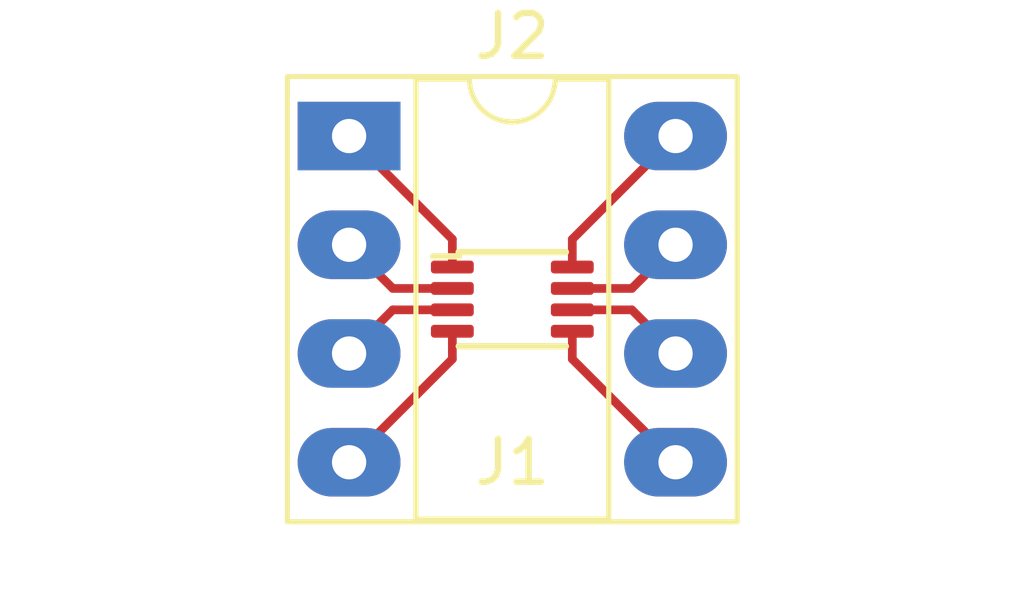
<source format=kicad_pcb>
(kicad_pcb (version 20171130) (host pcbnew "(6.0.0-rc1-dev-1267-gff668968f)")

  (general
    (thickness 1.6)
    (drawings 0)
    (tracks 16)
    (zones 0)
    (modules 2)
    (nets 9)
  )

  (page A4)
  (layers
    (0 F.Cu signal)
    (31 B.Cu signal)
    (32 B.Adhes user)
    (33 F.Adhes user)
    (34 B.Paste user)
    (35 F.Paste user)
    (36 B.SilkS user)
    (37 F.SilkS user)
    (38 B.Mask user)
    (39 F.Mask user)
    (40 Dwgs.User user)
    (41 Cmts.User user)
    (42 Eco1.User user)
    (43 Eco2.User user)
    (44 Edge.Cuts user)
    (45 Margin user)
    (46 B.CrtYd user)
    (47 F.CrtYd user)
    (48 B.Fab user)
    (49 F.Fab user)
  )

  (setup
    (last_trace_width 0.2032)
    (user_trace_width 0.2032)
    (trace_clearance 0.2032)
    (zone_clearance 0.508)
    (zone_45_only no)
    (trace_min 0.2)
    (via_size 0.8)
    (via_drill 0.4)
    (via_min_size 0.4)
    (via_min_drill 0.3)
    (uvia_size 0.3)
    (uvia_drill 0.1)
    (uvias_allowed no)
    (uvia_min_size 0.2)
    (uvia_min_drill 0.1)
    (edge_width 0.05)
    (segment_width 0.2)
    (pcb_text_width 0.3)
    (pcb_text_size 1.5 1.5)
    (mod_edge_width 0.12)
    (mod_text_size 1 1)
    (mod_text_width 0.15)
    (pad_size 1.524 1.524)
    (pad_drill 0.762)
    (pad_to_mask_clearance 0.01)
    (solder_mask_min_width 0.1)
    (aux_axis_origin 0 0)
    (visible_elements 7FFFFFFF)
    (pcbplotparams
      (layerselection 0x010fc_ffffffff)
      (usegerberextensions false)
      (usegerberattributes false)
      (usegerberadvancedattributes false)
      (creategerberjobfile false)
      (excludeedgelayer true)
      (linewidth 0.100000)
      (plotframeref false)
      (viasonmask false)
      (mode 1)
      (useauxorigin false)
      (hpglpennumber 1)
      (hpglpenspeed 20)
      (hpglpendiameter 15.000000)
      (psnegative false)
      (psa4output false)
      (plotreference true)
      (plotvalue true)
      (plotinvisibletext false)
      (padsonsilk false)
      (subtractmaskfromsilk false)
      (outputformat 1)
      (mirror false)
      (drillshape 1)
      (scaleselection 1)
      (outputdirectory ""))
  )

  (net 0 "")
  (net 1 "Net-(J1-Pad3)")
  (net 2 "Net-(J1-Pad2)")
  (net 3 "Net-(J1-Pad1)")
  (net 4 "Net-(J1-Pad4)")
  (net 5 "Net-(J1-Pad8)")
  (net 6 "Net-(J1-Pad7)")
  (net 7 "Net-(J1-Pad6)")
  (net 8 "Net-(J1-Pad5)")

  (net_class Default "This is the default net class."
    (clearance 0.2032)
    (trace_width 0.2032)
    (via_dia 0.8)
    (via_drill 0.4)
    (uvia_dia 0.3)
    (uvia_drill 0.1)
    (add_net "Net-(J1-Pad1)")
    (add_net "Net-(J1-Pad2)")
    (add_net "Net-(J1-Pad3)")
    (add_net "Net-(J1-Pad4)")
    (add_net "Net-(J1-Pad5)")
    (add_net "Net-(J1-Pad6)")
    (add_net "Net-(J1-Pad7)")
    (add_net "Net-(J1-Pad8)")
  )

  (module Packages:OnSemi_US8-8 (layer F.Cu) (tedit 5C05AF73) (tstamp 5C065154)
    (at 187.96 73.66)
    (path /5C05B5D4)
    (fp_text reference J1 (at 0 3.81) (layer F.SilkS)
      (effects (font (size 1 1) (thickness 0.15)))
    )
    (fp_text value Conn_02x04_Counter_Clockwise (at 0 -2.54) (layer F.Fab)
      (effects (font (size 1 1) (thickness 0.15)))
    )
    (fp_line (start -1.15 -1) (end -1.15 1) (layer F.Fab) (width 0.12))
    (fp_line (start -1.15 1) (end 1.15 1) (layer F.Fab) (width 0.12))
    (fp_line (start 1.15 1) (end 1.15 -1) (layer F.Fab) (width 0.12))
    (fp_line (start 1.15 -1) (end -1.15 -1) (layer F.Fab) (width 0.12))
    (fp_line (start -1.25 -1.1) (end 1.25 -1.1) (layer F.SilkS) (width 0.15))
    (fp_line (start 1.25 1.1) (end -1.25 1.1) (layer F.SilkS) (width 0.15))
    (fp_line (start -1.25 -1.1) (end -1.25 -1) (layer F.SilkS) (width 0.15))
    (fp_line (start -1.25 -1) (end -1.85 -1) (layer F.SilkS) (width 0.15))
    (pad 3 smd roundrect (at -1.4 0.25) (size 1 0.3) (layers F.Cu F.Paste F.Mask) (roundrect_rratio 0.25)
      (net 1 "Net-(J1-Pad3)"))
    (pad 2 smd roundrect (at -1.4 -0.25) (size 1 0.3) (layers F.Cu F.Paste F.Mask) (roundrect_rratio 0.25)
      (net 2 "Net-(J1-Pad2)"))
    (pad 1 smd roundrect (at -1.4 -0.75) (size 1 0.3) (layers F.Cu F.Paste F.Mask) (roundrect_rratio 0.25)
      (net 3 "Net-(J1-Pad1)"))
    (pad 4 smd roundrect (at -1.4 0.75) (size 1 0.3) (layers F.Cu F.Paste F.Mask) (roundrect_rratio 0.25)
      (net 4 "Net-(J1-Pad4)"))
    (pad 8 smd roundrect (at 1.4 -0.75) (size 1 0.3) (layers F.Cu F.Paste F.Mask) (roundrect_rratio 0.25)
      (net 5 "Net-(J1-Pad8)"))
    (pad 7 smd roundrect (at 1.4 -0.25) (size 1 0.3) (layers F.Cu F.Paste F.Mask) (roundrect_rratio 0.25)
      (net 6 "Net-(J1-Pad7)"))
    (pad 6 smd roundrect (at 1.4 0.25) (size 1 0.3) (layers F.Cu F.Paste F.Mask) (roundrect_rratio 0.25)
      (net 7 "Net-(J1-Pad6)"))
    (pad 5 smd roundrect (at 1.4 0.75) (size 1 0.3) (layers F.Cu F.Paste F.Mask) (roundrect_rratio 0.25)
      (net 8 "Net-(J1-Pad5)"))
  )

  (module Package_DIP:DIP-8_W7.62mm_Socket_LongPads (layer F.Cu) (tedit 5A02E8C5) (tstamp 5C065178)
    (at 184.15 69.85)
    (descr "8-lead though-hole mounted DIP package, row spacing 7.62 mm (300 mils), Socket, LongPads")
    (tags "THT DIP DIL PDIP 2.54mm 7.62mm 300mil Socket LongPads")
    (path /5C05BC2B)
    (fp_text reference J2 (at 3.81 -2.33) (layer F.SilkS)
      (effects (font (size 1 1) (thickness 0.15)))
    )
    (fp_text value Conn_02x04_Counter_Clockwise (at 3.81 9.95) (layer F.Fab)
      (effects (font (size 1 1) (thickness 0.15)))
    )
    (fp_arc (start 3.81 -1.33) (end 2.81 -1.33) (angle -180) (layer F.SilkS) (width 0.12))
    (fp_line (start 1.635 -1.27) (end 6.985 -1.27) (layer F.Fab) (width 0.1))
    (fp_line (start 6.985 -1.27) (end 6.985 8.89) (layer F.Fab) (width 0.1))
    (fp_line (start 6.985 8.89) (end 0.635 8.89) (layer F.Fab) (width 0.1))
    (fp_line (start 0.635 8.89) (end 0.635 -0.27) (layer F.Fab) (width 0.1))
    (fp_line (start 0.635 -0.27) (end 1.635 -1.27) (layer F.Fab) (width 0.1))
    (fp_line (start -1.27 -1.33) (end -1.27 8.95) (layer F.Fab) (width 0.1))
    (fp_line (start -1.27 8.95) (end 8.89 8.95) (layer F.Fab) (width 0.1))
    (fp_line (start 8.89 8.95) (end 8.89 -1.33) (layer F.Fab) (width 0.1))
    (fp_line (start 8.89 -1.33) (end -1.27 -1.33) (layer F.Fab) (width 0.1))
    (fp_line (start 2.81 -1.33) (end 1.56 -1.33) (layer F.SilkS) (width 0.12))
    (fp_line (start 1.56 -1.33) (end 1.56 8.95) (layer F.SilkS) (width 0.12))
    (fp_line (start 1.56 8.95) (end 6.06 8.95) (layer F.SilkS) (width 0.12))
    (fp_line (start 6.06 8.95) (end 6.06 -1.33) (layer F.SilkS) (width 0.12))
    (fp_line (start 6.06 -1.33) (end 4.81 -1.33) (layer F.SilkS) (width 0.12))
    (fp_line (start -1.44 -1.39) (end -1.44 9.01) (layer F.SilkS) (width 0.12))
    (fp_line (start -1.44 9.01) (end 9.06 9.01) (layer F.SilkS) (width 0.12))
    (fp_line (start 9.06 9.01) (end 9.06 -1.39) (layer F.SilkS) (width 0.12))
    (fp_line (start 9.06 -1.39) (end -1.44 -1.39) (layer F.SilkS) (width 0.12))
    (fp_line (start -1.55 -1.6) (end -1.55 9.2) (layer F.CrtYd) (width 0.05))
    (fp_line (start -1.55 9.2) (end 9.15 9.2) (layer F.CrtYd) (width 0.05))
    (fp_line (start 9.15 9.2) (end 9.15 -1.6) (layer F.CrtYd) (width 0.05))
    (fp_line (start 9.15 -1.6) (end -1.55 -1.6) (layer F.CrtYd) (width 0.05))
    (fp_text user %R (at 3.81 3.81) (layer F.Fab)
      (effects (font (size 1 1) (thickness 0.15)))
    )
    (pad 1 thru_hole rect (at 0 0) (size 2.4 1.6) (drill 0.8) (layers *.Cu *.Mask)
      (net 3 "Net-(J1-Pad1)"))
    (pad 5 thru_hole oval (at 7.62 7.62) (size 2.4 1.6) (drill 0.8) (layers *.Cu *.Mask)
      (net 8 "Net-(J1-Pad5)"))
    (pad 2 thru_hole oval (at 0 2.54) (size 2.4 1.6) (drill 0.8) (layers *.Cu *.Mask)
      (net 2 "Net-(J1-Pad2)"))
    (pad 6 thru_hole oval (at 7.62 5.08) (size 2.4 1.6) (drill 0.8) (layers *.Cu *.Mask)
      (net 7 "Net-(J1-Pad6)"))
    (pad 3 thru_hole oval (at 0 5.08) (size 2.4 1.6) (drill 0.8) (layers *.Cu *.Mask)
      (net 1 "Net-(J1-Pad3)"))
    (pad 7 thru_hole oval (at 7.62 2.54) (size 2.4 1.6) (drill 0.8) (layers *.Cu *.Mask)
      (net 6 "Net-(J1-Pad7)"))
    (pad 4 thru_hole oval (at 0 7.62) (size 2.4 1.6) (drill 0.8) (layers *.Cu *.Mask)
      (net 4 "Net-(J1-Pad4)"))
    (pad 8 thru_hole oval (at 7.62 0) (size 2.4 1.6) (drill 0.8) (layers *.Cu *.Mask)
      (net 5 "Net-(J1-Pad8)"))
    (model ${KISYS3DMOD}/Package_DIP.3dshapes/DIP-8_W7.62mm_Socket.wrl
      (at (xyz 0 0 0))
      (scale (xyz 1 1 1))
      (rotate (xyz 0 0 0))
    )
  )

  (segment (start 186.56 73.91) (end 185.17 73.91) (width 0.2032) (layer F.Cu) (net 1) (status 400000))
  (segment (start 185.17 73.91) (end 184.15 74.93) (width 0.2032) (layer F.Cu) (net 1) (tstamp 5C06530D) (status 800000))
  (segment (start 186.56 73.41) (end 185.17 73.41) (width 0.2032) (layer F.Cu) (net 2) (status 400000))
  (segment (start 185.17 73.41) (end 184.15 72.39) (width 0.2032) (layer F.Cu) (net 2) (tstamp 5C065311) (status 800000))
  (segment (start 186.56 72.91) (end 186.56 72.26) (width 0.2032) (layer F.Cu) (net 3) (status 400000))
  (segment (start 186.56 72.26) (end 184.15 69.85) (width 0.2032) (layer F.Cu) (net 3) (tstamp 5C065315) (status 800000))
  (segment (start 186.56 74.41) (end 186.56 75.06) (width 0.2032) (layer F.Cu) (net 4) (status 400000))
  (segment (start 186.56 75.06) (end 184.15 77.47) (width 0.2032) (layer F.Cu) (net 4) (tstamp 5C06530A) (status 800000))
  (segment (start 189.36 72.91) (end 189.36 72.26) (width 0.2032) (layer F.Cu) (net 5) (status 400000))
  (segment (start 189.36 72.26) (end 191.77 69.85) (width 0.2032) (layer F.Cu) (net 5) (tstamp 5C065318) (status 800000))
  (segment (start 189.36 73.41) (end 190.75 73.41) (width 0.2032) (layer F.Cu) (net 6) (status 400000))
  (segment (start 190.75 73.41) (end 191.77 72.39) (width 0.2032) (layer F.Cu) (net 6) (tstamp 5C06531B) (status 800000))
  (segment (start 189.36 73.91) (end 190.75 73.91) (width 0.2032) (layer F.Cu) (net 7) (status 400000))
  (segment (start 190.75 73.91) (end 191.77 74.93) (width 0.2032) (layer F.Cu) (net 7) (tstamp 5C06531F) (status 800000))
  (segment (start 189.36 74.41) (end 189.36 75.06) (width 0.2032) (layer F.Cu) (net 8) (status 400000))
  (segment (start 189.36 75.06) (end 191.77 77.47) (width 0.2032) (layer F.Cu) (net 8) (tstamp 5C065323) (status 800000))

)

</source>
